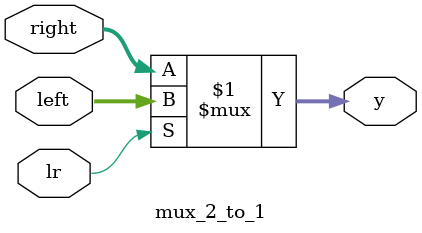
<source format=v>
`timescale 1ns / 1ps

module mux_2_to_1(
	output wire [7:0] y, 		// output of mux
	input  wire [7:0] left, right, 	// input a = 1'b1, b = 1'b0
	input  wire lr					// select, left or right    
	); 
	assign y = lr ? left: right;	// the type after assign must be WIRE
										// if lr = 1, then y = left
										// if lr = 0, then y = right
endmodule//mux_2_to_1

</source>
